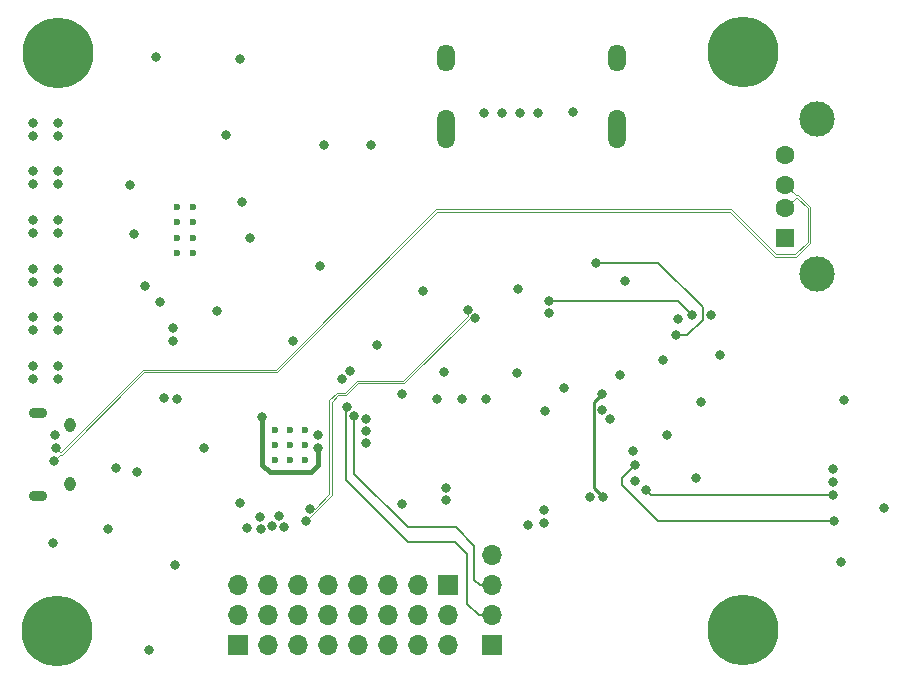
<source format=gbr>
%TF.GenerationSoftware,KiCad,Pcbnew,(6.0.0-0)*%
%TF.CreationDate,2022-10-23T11:33:14-04:00*%
%TF.ProjectId,hermes_v1,6865726d-6573-45f7-9631-2e6b69636164,rev?*%
%TF.SameCoordinates,Original*%
%TF.FileFunction,Copper,L3,Inr*%
%TF.FilePolarity,Positive*%
%FSLAX46Y46*%
G04 Gerber Fmt 4.6, Leading zero omitted, Abs format (unit mm)*
G04 Created by KiCad (PCBNEW (6.0.0-0)) date 2022-10-23 11:33:14*
%MOMM*%
%LPD*%
G01*
G04 APERTURE LIST*
%TA.AperFunction,ComponentPad*%
%ADD10C,0.600000*%
%TD*%
%TA.AperFunction,ComponentPad*%
%ADD11O,1.550000X0.890000*%
%TD*%
%TA.AperFunction,ComponentPad*%
%ADD12O,0.950000X1.250000*%
%TD*%
%TA.AperFunction,ComponentPad*%
%ADD13O,1.500000X3.300000*%
%TD*%
%TA.AperFunction,ComponentPad*%
%ADD14O,1.500000X2.300000*%
%TD*%
%TA.AperFunction,ComponentPad*%
%ADD15C,6.000000*%
%TD*%
%TA.AperFunction,ComponentPad*%
%ADD16R,1.700000X1.700000*%
%TD*%
%TA.AperFunction,ComponentPad*%
%ADD17O,1.700000X1.700000*%
%TD*%
%TA.AperFunction,ComponentPad*%
%ADD18R,1.500000X1.600000*%
%TD*%
%TA.AperFunction,ComponentPad*%
%ADD19C,1.600000*%
%TD*%
%TA.AperFunction,ComponentPad*%
%ADD20C,3.000000*%
%TD*%
%TA.AperFunction,ViaPad*%
%ADD21C,0.800000*%
%TD*%
%TA.AperFunction,Conductor*%
%ADD22C,0.200000*%
%TD*%
%TA.AperFunction,Conductor*%
%ADD23C,0.205740*%
%TD*%
%TA.AperFunction,Conductor*%
%ADD24C,0.124460*%
%TD*%
%TA.AperFunction,Conductor*%
%ADD25C,0.400000*%
%TD*%
%TA.AperFunction,Conductor*%
%ADD26C,0.250000*%
%TD*%
G04 APERTURE END LIST*
D10*
%TO.N,GND*%
%TO.C,U3*%
X148850000Y-74075000D03*
X150125000Y-74075000D03*
X148850000Y-76625000D03*
X150125000Y-76625000D03*
X147575000Y-76625000D03*
X147575000Y-74075000D03*
X150125000Y-75350000D03*
X147575000Y-75350000D03*
X148850000Y-75350000D03*
%TD*%
D11*
%TO.N,GND*%
%TO.C,J2*%
X127550000Y-79650000D03*
X127550000Y-72650000D03*
D12*
X130250000Y-73650000D03*
X130250000Y-78650000D03*
%TD*%
D13*
%TO.N,GND*%
%TO.C,J5*%
X162075000Y-48556750D03*
X176575000Y-48556750D03*
D14*
X176575000Y-42596750D03*
X162075000Y-42596750D03*
%TD*%
D10*
%TO.N,GND*%
%TO.C,U6*%
X140625000Y-55175000D03*
X140625000Y-57775000D03*
X139325000Y-55175000D03*
X140625000Y-56475000D03*
X139325000Y-59075000D03*
X140625000Y-59075000D03*
X139325000Y-56475000D03*
X139325000Y-57775000D03*
%TD*%
D15*
%TO.N,N/C*%
%TO.C,H1*%
X129150000Y-91100000D03*
%TD*%
%TO.N,N/C*%
%TO.C,H2*%
X129200000Y-42100000D03*
%TD*%
D16*
%TO.N,GND*%
%TO.C,J3*%
X165960000Y-92300000D03*
D17*
%TO.N,FC_UART0_RX*%
X165960000Y-89760000D03*
%TO.N,FC_UART0_TX*%
X165960000Y-87220000D03*
%TO.N,+5V*%
X165960000Y-84680000D03*
%TD*%
D15*
%TO.N,N/C*%
%TO.C,H4*%
X187250000Y-91000000D03*
%TD*%
D18*
%TO.N,FC_USB_VBUS*%
%TO.C,J4*%
X190790000Y-57800000D03*
D19*
%TO.N,/FCC Peripherals/d-*%
X190790000Y-55300000D03*
%TO.N,/FCC Peripherals/d+*%
X190790000Y-53300000D03*
%TO.N,GND*%
X190790000Y-50800000D03*
D20*
X193500000Y-60870000D03*
X193500000Y-47730000D03*
%TD*%
D16*
%TO.N,FC_SERVO_1*%
%TO.C,J8*%
X162250000Y-87200000D03*
D17*
%TO.N,FC_SERVO_2*%
X159710000Y-87200000D03*
%TO.N,FC_SERVO_3*%
X157170000Y-87200000D03*
%TO.N,FC_SERVO_4*%
X154630000Y-87200000D03*
%TO.N,FC_SERVO_5*%
X152090000Y-87200000D03*
%TO.N,FC_SERVO_6*%
X149550000Y-87200000D03*
%TO.N,FC_SERVO_7*%
X147010000Y-87200000D03*
%TO.N,FC_RADIO_PPM*%
X144470000Y-87200000D03*
%TD*%
D16*
%TO.N,GND*%
%TO.C,J9*%
X144450000Y-92300000D03*
D17*
%TO.N,+5V*%
X144450000Y-89760000D03*
%TO.N,GND*%
X146990000Y-92300000D03*
%TO.N,+5V*%
X146990000Y-89760000D03*
%TO.N,GND*%
X149530000Y-92300000D03*
%TO.N,+5V*%
X149530000Y-89760000D03*
%TO.N,GND*%
X152070000Y-92300000D03*
%TO.N,+5V*%
X152070000Y-89760000D03*
%TO.N,GND*%
X154610000Y-92300000D03*
%TO.N,+5V*%
X154610000Y-89760000D03*
%TO.N,GND*%
X157150000Y-92300000D03*
%TO.N,+5V*%
X157150000Y-89760000D03*
%TO.N,GND*%
X159690000Y-92300000D03*
%TO.N,+5V*%
X159690000Y-89760000D03*
%TO.N,GND*%
X162230000Y-92300000D03*
%TO.N,+5V*%
X162230000Y-89760000D03*
%TD*%
D15*
%TO.N,N/C*%
%TO.C,H3*%
X187200000Y-42050000D03*
%TD*%
D21*
%TO.N,GND*%
X168300000Y-47250000D03*
X199150000Y-80650000D03*
X129200000Y-61500000D03*
X155750000Y-49950000D03*
X165300000Y-47250000D03*
X180450000Y-68100000D03*
X137500000Y-42499500D03*
X195750000Y-71500000D03*
X166800000Y-47250000D03*
X136600000Y-61900000D03*
X143450000Y-49050000D03*
X129200000Y-49150000D03*
X138200000Y-71350000D03*
X135350000Y-53350000D03*
X172800000Y-47150000D03*
X134150000Y-77275000D03*
X142700000Y-63950000D03*
X144800000Y-54750000D03*
X127100000Y-48050000D03*
X158350000Y-71000000D03*
X128800000Y-83650000D03*
X139000000Y-66500000D03*
X135700000Y-57450000D03*
X137900000Y-63200000D03*
X177252500Y-61450000D03*
X129200000Y-65600000D03*
X174300000Y-79750000D03*
X181750000Y-64700000D03*
X184499500Y-64350000D03*
X129200000Y-60400000D03*
X144600000Y-42650000D03*
X133500000Y-82400000D03*
X139100000Y-85450000D03*
X136950000Y-92700000D03*
X175950000Y-73150000D03*
X172050000Y-70500000D03*
X195500000Y-85200000D03*
X127100000Y-61500000D03*
X129200000Y-48050000D03*
X169850000Y-47200000D03*
X165500000Y-71450000D03*
X168100000Y-69200000D03*
X127100000Y-49150000D03*
X158350000Y-80300000D03*
X127100000Y-65600000D03*
X129200000Y-64500000D03*
X127100000Y-64500000D03*
X145450000Y-57800000D03*
X185250000Y-67700000D03*
X176802500Y-69400000D03*
X127100000Y-60400000D03*
X170800000Y-64150000D03*
X151750000Y-49950000D03*
X180825000Y-74500000D03*
%TO.N,+1V1*%
X139300000Y-71400000D03*
X141550000Y-75600000D03*
X151250000Y-74500000D03*
%TO.N,VCC*%
X129200000Y-52150000D03*
X129200000Y-68600000D03*
X129200000Y-57350000D03*
X127100000Y-69700000D03*
X129200000Y-56250000D03*
X127100000Y-52150000D03*
X127100000Y-53250000D03*
X127100000Y-57350000D03*
X129200000Y-53250000D03*
X127100000Y-56250000D03*
X129200000Y-69700000D03*
X127100000Y-68600000D03*
%TO.N,+5V*%
X139000000Y-65400000D03*
%TO.N,FC_STATUS_GREEN*%
X161900000Y-69150000D03*
X156250000Y-66900500D03*
%TO.N,FC_RUN*%
X155300000Y-73150000D03*
X144600000Y-80200000D03*
%TO.N,FC_USB_VBUS*%
X128950000Y-74500000D03*
X151450000Y-60150000D03*
%TO.N,FC_I2C0_SCL*%
X162050000Y-79949503D03*
X174800000Y-59900000D03*
X148350500Y-82302878D03*
X181550000Y-66050000D03*
%TO.N,FC_I2C0_SDA*%
X182900000Y-64350000D03*
X147950500Y-81351584D03*
X170800000Y-63150497D03*
X162050000Y-78950000D03*
%TO.N,FC_SWCLK*%
X155300000Y-75150000D03*
X163400000Y-71450000D03*
%TO.N,FC_SWD*%
X155300000Y-74150000D03*
X161300000Y-71450000D03*
%TO.N,FC_SPI0_MOSI*%
X178050000Y-78350000D03*
X170350000Y-80800000D03*
X147357427Y-82189693D03*
X194800000Y-77350000D03*
%TO.N,FC_SPI0_SCK*%
X146300000Y-81425000D03*
X177900000Y-75850000D03*
X179000000Y-79150000D03*
X194850000Y-79550000D03*
%TO.N,FC_SPI0_MISO*%
X194900000Y-81750000D03*
X145268127Y-82381873D03*
X178050000Y-77050000D03*
X169050000Y-82100000D03*
%TO.N,FC_UART0_TX*%
X154315706Y-72850500D03*
%TO.N,FC_UART0_RX*%
X153659818Y-72096301D03*
%TO.N,FC_HDMI_CK+*%
X164568764Y-64568764D03*
X150250000Y-81750000D03*
%TO.N,FC_HDMI_CK-*%
X150531557Y-80715828D03*
X163931236Y-63931236D03*
%TO.N,FC_SPI0_CS4*%
X183700000Y-71700000D03*
X153956755Y-69043245D03*
%TO.N,/FlightControlComputer/3V_MCU*%
X151250000Y-75550000D03*
X146516874Y-72944159D03*
%TO.N,3V3_IO*%
X149100000Y-66550000D03*
X160100000Y-62300000D03*
X135950000Y-77600000D03*
X168150000Y-62150000D03*
X175250000Y-71000000D03*
X194850000Y-78500000D03*
X175400000Y-79750000D03*
%TO.N,FC_SPI0_CS3*%
X183250000Y-78150000D03*
X153250000Y-69750000D03*
%TO.N,FC_SPI0_CS2*%
X175325000Y-72350000D03*
X170450000Y-72425000D03*
%TO.N,FC_SPI0_CS1*%
X170350000Y-81900000D03*
X146382604Y-82421083D03*
%TO.N,/FCC Peripherals/d-*%
X129038410Y-75552369D03*
%TO.N,/FCC Peripherals/d+*%
X128924502Y-76650000D03*
%TD*%
D22*
%TO.N,FC_I2C0_SCL*%
X180050000Y-59900000D02*
X174800000Y-59900000D01*
X183800000Y-63650000D02*
X180050000Y-59900000D01*
X183800000Y-64750000D02*
X183800000Y-63650000D01*
X182500000Y-66050000D02*
X183800000Y-64750000D01*
X181550000Y-66050000D02*
X182500000Y-66050000D01*
%TO.N,FC_I2C0_SDA*%
X181700497Y-63150497D02*
X182900000Y-64350000D01*
X170800000Y-63150497D02*
X181700497Y-63150497D01*
D23*
%TO.N,FC_SPI0_SCK*%
X179400000Y-79550000D02*
X179000000Y-79150000D01*
X194850000Y-79550000D02*
X179400000Y-79550000D01*
%TO.N,FC_SPI0_MISO*%
X177000000Y-78100000D02*
X178050000Y-77050000D01*
X194900000Y-81750000D02*
X180050000Y-81750000D01*
X177000000Y-78700000D02*
X177000000Y-78100000D01*
X180050000Y-81750000D02*
X177000000Y-78700000D01*
D22*
%TO.N,FC_UART0_TX*%
X154315706Y-72850500D02*
X154315706Y-77765706D01*
X158850000Y-82300000D02*
X162900000Y-82300000D01*
X164450000Y-86750000D02*
X164920000Y-87220000D01*
X162900000Y-82300000D02*
X164450000Y-83850000D01*
X164920000Y-87220000D02*
X165960000Y-87220000D01*
X164450000Y-83850000D02*
X164450000Y-86750000D01*
X154315706Y-77765706D02*
X158850000Y-82300000D01*
%TO.N,FC_UART0_RX*%
X158900000Y-83550000D02*
X162850000Y-83550000D01*
X153659818Y-72096301D02*
X153616195Y-72139924D01*
X153616195Y-78266195D02*
X158900000Y-83550000D01*
X163850000Y-84550000D02*
X163850000Y-88750000D01*
X163850000Y-88750000D02*
X164860000Y-89760000D01*
X153616195Y-72139924D02*
X153616195Y-78266195D01*
X162850000Y-83550000D02*
X163850000Y-84550000D01*
X164860000Y-89760000D02*
X165960000Y-89760000D01*
D24*
%TO.N,FC_HDMI_CK+*%
X152413030Y-79586970D02*
X150250000Y-81750000D01*
X164091085Y-64568764D02*
X158546819Y-70113030D01*
X152413030Y-71646820D02*
X152413030Y-79586970D01*
X154646820Y-70113030D02*
X153646820Y-71113030D01*
X158546819Y-70113030D02*
X154646820Y-70113030D01*
X152946820Y-71113030D02*
X152413030Y-71646820D01*
X164568764Y-64568764D02*
X164091085Y-64568764D01*
X153646820Y-71113030D02*
X152946820Y-71113030D01*
%TO.N,FC_HDMI_CK-*%
X154553180Y-69886970D02*
X153553180Y-70886970D01*
X163931236Y-63931236D02*
X163931236Y-64408915D01*
X163931236Y-64408915D02*
X158453181Y-69886970D01*
X152186970Y-79493332D02*
X150964474Y-80715828D01*
X158453181Y-69886970D02*
X154553180Y-69886970D01*
X150964474Y-80715828D02*
X150531557Y-80715828D01*
X152186970Y-71553180D02*
X152186970Y-79493332D01*
X152853180Y-70886970D02*
X152186970Y-71553180D01*
X153553180Y-70886970D02*
X152853180Y-70886970D01*
D25*
%TO.N,/FlightControlComputer/3V_MCU*%
X151250000Y-75550000D02*
X151250000Y-77050000D01*
X146516874Y-77016874D02*
X146516874Y-72944159D01*
X147150000Y-77650000D02*
X146516874Y-77016874D01*
X151250000Y-77050000D02*
X150650000Y-77650000D01*
X150650000Y-77650000D02*
X147150000Y-77650000D01*
D26*
%TO.N,3V3_IO*%
X174600489Y-71649511D02*
X175250000Y-71000000D01*
X174600489Y-78950489D02*
X174600489Y-71649511D01*
X175400000Y-79750000D02*
X174600489Y-78950489D01*
D24*
%TO.N,/FCC Peripherals/d-*%
X129458950Y-75931200D02*
X129417242Y-75931200D01*
X186196820Y-55336970D02*
X161253180Y-55336970D01*
X191676970Y-54413030D02*
X191803180Y-54413030D01*
X190790000Y-55300000D02*
X191676970Y-54413030D01*
X191653180Y-59186970D02*
X190046820Y-59186970D01*
X192686970Y-58153180D02*
X191653180Y-59186970D01*
X191803180Y-54413030D02*
X192686970Y-55296820D01*
X136453180Y-68936970D02*
X129458950Y-75931200D01*
X129417242Y-75931200D02*
X129038410Y-75552369D01*
X161253180Y-55336970D02*
X147653180Y-68936970D01*
X192686970Y-55296820D02*
X192686970Y-58153180D01*
X190046820Y-59186970D02*
X186196820Y-55336970D01*
X147653180Y-68936970D02*
X136453180Y-68936970D01*
%TO.N,/FCC Peripherals/d+*%
X191676970Y-54186970D02*
X191896820Y-54186970D01*
X136546820Y-69163030D02*
X129552590Y-76157260D01*
X129417242Y-76157260D02*
X128924502Y-76650000D01*
X189953180Y-59413030D02*
X186103180Y-55563030D01*
X192913030Y-55203180D02*
X192913030Y-58246820D01*
X192913030Y-58246820D02*
X191746820Y-59413030D01*
X147746820Y-69163030D02*
X136546820Y-69163030D01*
X191746820Y-59413030D02*
X189953180Y-59413030D01*
X191896820Y-54186970D02*
X192913030Y-55203180D01*
X186103180Y-55563030D02*
X161346820Y-55563030D01*
X129552590Y-76157260D02*
X129417242Y-76157260D01*
X190790000Y-53300000D02*
X191676970Y-54186970D01*
X161346820Y-55563030D02*
X147746820Y-69163030D01*
%TD*%
M02*

</source>
